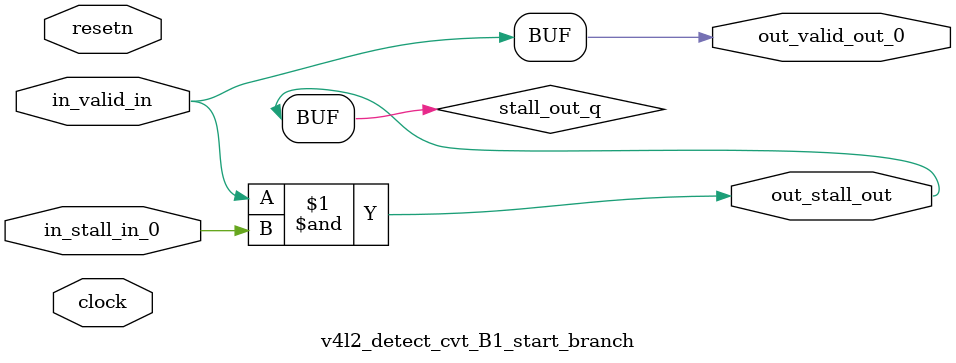
<source format=sv>



(* altera_attribute = "-name AUTO_SHIFT_REGISTER_RECOGNITION OFF; -name MESSAGE_DISABLE 10036; -name MESSAGE_DISABLE 10037; -name MESSAGE_DISABLE 14130; -name MESSAGE_DISABLE 14320; -name MESSAGE_DISABLE 15400; -name MESSAGE_DISABLE 14130; -name MESSAGE_DISABLE 10036; -name MESSAGE_DISABLE 12020; -name MESSAGE_DISABLE 12030; -name MESSAGE_DISABLE 12010; -name MESSAGE_DISABLE 12110; -name MESSAGE_DISABLE 14320; -name MESSAGE_DISABLE 13410; -name MESSAGE_DISABLE 113007; -name MESSAGE_DISABLE 10958" *)
module v4l2_detect_cvt_B1_start_branch (
    input wire [0:0] in_stall_in_0,
    input wire [0:0] in_valid_in,
    output wire [0:0] out_stall_out,
    output wire [0:0] out_valid_out_0,
    input wire clock,
    input wire resetn
    );

    wire [0:0] stall_out_q;


    // stall_out(LOGICAL,6)
    assign stall_out_q = in_valid_in & in_stall_in_0;

    // out_stall_out(GPOUT,4)
    assign out_stall_out = stall_out_q;

    // out_valid_out_0(GPOUT,5)
    assign out_valid_out_0 = in_valid_in;

endmodule

</source>
